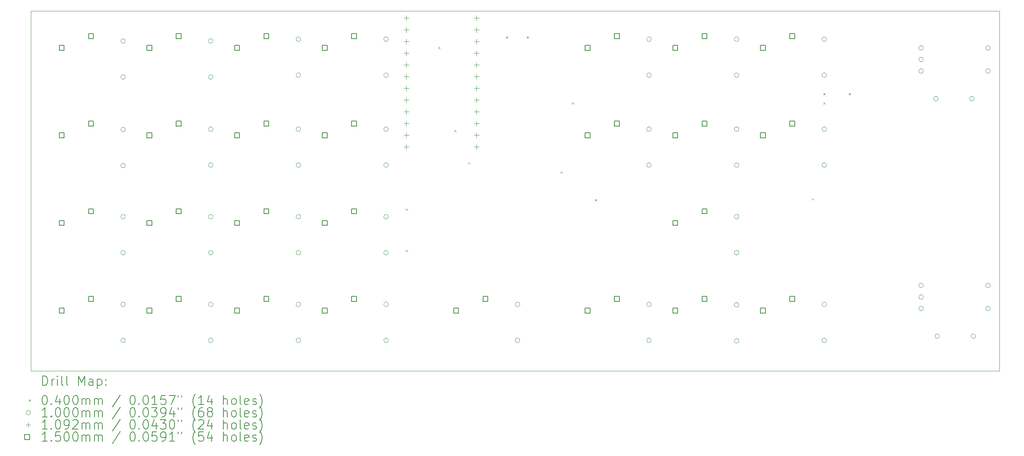
<source format=gbr>
%TF.GenerationSoftware,KiCad,Pcbnew,(6.0.7-1)-1*%
%TF.CreationDate,2022-09-14T08:57:57+02:00*%
%TF.ProjectId,yts-pcb,7974732d-7063-4622-9e6b-696361645f70,rev?*%
%TF.SameCoordinates,Original*%
%TF.FileFunction,Drillmap*%
%TF.FilePolarity,Positive*%
%FSLAX45Y45*%
G04 Gerber Fmt 4.5, Leading zero omitted, Abs format (unit mm)*
G04 Created by KiCad (PCBNEW (6.0.7-1)-1) date 2022-09-14 08:57:57*
%MOMM*%
%LPD*%
G01*
G04 APERTURE LIST*
%ADD10C,0.100000*%
%ADD11C,0.200000*%
%ADD12C,0.040000*%
%ADD13C,0.109220*%
%ADD14C,0.150000*%
G04 APERTURE END LIST*
D10*
X4000000Y-4100000D02*
X25000000Y-4100000D01*
X25000000Y-4100000D02*
X25000000Y-11900000D01*
X25000000Y-11900000D02*
X4000000Y-11900000D01*
X4000000Y-11900000D02*
X4000000Y-4100000D01*
D11*
D12*
X12130000Y-8380000D02*
X12170000Y-8420000D01*
X12170000Y-8380000D02*
X12130000Y-8420000D01*
X12130000Y-9280000D02*
X12170000Y-9320000D01*
X12170000Y-9280000D02*
X12130000Y-9320000D01*
X12830000Y-4880000D02*
X12870000Y-4920000D01*
X12870000Y-4880000D02*
X12830000Y-4920000D01*
X13180000Y-6680000D02*
X13220000Y-6720000D01*
X13220000Y-6680000D02*
X13180000Y-6720000D01*
X13480000Y-7380000D02*
X13520000Y-7420000D01*
X13520000Y-7380000D02*
X13480000Y-7420000D01*
X14300000Y-4650000D02*
X14340000Y-4690000D01*
X14340000Y-4650000D02*
X14300000Y-4690000D01*
X14750000Y-4650000D02*
X14790000Y-4690000D01*
X14790000Y-4650000D02*
X14750000Y-4690000D01*
X15480000Y-7580000D02*
X15520000Y-7620000D01*
X15520000Y-7580000D02*
X15480000Y-7620000D01*
X15730000Y-6080000D02*
X15770000Y-6120000D01*
X15770000Y-6080000D02*
X15730000Y-6120000D01*
X16230000Y-8180000D02*
X16270000Y-8220000D01*
X16270000Y-8180000D02*
X16230000Y-8220000D01*
X20930000Y-8157550D02*
X20970000Y-8197550D01*
X20970000Y-8157550D02*
X20930000Y-8197550D01*
X21180000Y-5880000D02*
X21220000Y-5920000D01*
X21220000Y-5880000D02*
X21180000Y-5920000D01*
X21180000Y-6080000D02*
X21220000Y-6120000D01*
X21220000Y-6080000D02*
X21180000Y-6120000D01*
X21730000Y-5880000D02*
X21770000Y-5920000D01*
X21770000Y-5880000D02*
X21730000Y-5920000D01*
D10*
X6050000Y-4750000D02*
G75*
G03*
X6050000Y-4750000I-50000J0D01*
G01*
X6050000Y-5530000D02*
G75*
G03*
X6050000Y-5530000I-50000J0D01*
G01*
X6050000Y-6670000D02*
G75*
G03*
X6050000Y-6670000I-50000J0D01*
G01*
X6050000Y-7450000D02*
G75*
G03*
X6050000Y-7450000I-50000J0D01*
G01*
X6050000Y-8560000D02*
G75*
G03*
X6050000Y-8560000I-50000J0D01*
G01*
X6050000Y-9340000D02*
G75*
G03*
X6050000Y-9340000I-50000J0D01*
G01*
X6050000Y-10460000D02*
G75*
G03*
X6050000Y-10460000I-50000J0D01*
G01*
X6050000Y-11240000D02*
G75*
G03*
X6050000Y-11240000I-50000J0D01*
G01*
X7950000Y-4750000D02*
G75*
G03*
X7950000Y-4750000I-50000J0D01*
G01*
X7950000Y-5530000D02*
G75*
G03*
X7950000Y-5530000I-50000J0D01*
G01*
X7950000Y-6660000D02*
G75*
G03*
X7950000Y-6660000I-50000J0D01*
G01*
X7950000Y-7440000D02*
G75*
G03*
X7950000Y-7440000I-50000J0D01*
G01*
X7950000Y-8560000D02*
G75*
G03*
X7950000Y-8560000I-50000J0D01*
G01*
X7950000Y-9340000D02*
G75*
G03*
X7950000Y-9340000I-50000J0D01*
G01*
X7950000Y-10460000D02*
G75*
G03*
X7950000Y-10460000I-50000J0D01*
G01*
X7950000Y-11240000D02*
G75*
G03*
X7950000Y-11240000I-50000J0D01*
G01*
X9850000Y-4710000D02*
G75*
G03*
X9850000Y-4710000I-50000J0D01*
G01*
X9850000Y-5490000D02*
G75*
G03*
X9850000Y-5490000I-50000J0D01*
G01*
X9850000Y-6660000D02*
G75*
G03*
X9850000Y-6660000I-50000J0D01*
G01*
X9850000Y-7440000D02*
G75*
G03*
X9850000Y-7440000I-50000J0D01*
G01*
X9850000Y-8560000D02*
G75*
G03*
X9850000Y-8560000I-50000J0D01*
G01*
X9850000Y-9340000D02*
G75*
G03*
X9850000Y-9340000I-50000J0D01*
G01*
X9850000Y-10460000D02*
G75*
G03*
X9850000Y-10460000I-50000J0D01*
G01*
X9850000Y-11240000D02*
G75*
G03*
X9850000Y-11240000I-50000J0D01*
G01*
X11750000Y-4710000D02*
G75*
G03*
X11750000Y-4710000I-50000J0D01*
G01*
X11750000Y-5490000D02*
G75*
G03*
X11750000Y-5490000I-50000J0D01*
G01*
X11750000Y-6660000D02*
G75*
G03*
X11750000Y-6660000I-50000J0D01*
G01*
X11750000Y-7440000D02*
G75*
G03*
X11750000Y-7440000I-50000J0D01*
G01*
X11750000Y-8560000D02*
G75*
G03*
X11750000Y-8560000I-50000J0D01*
G01*
X11750000Y-9340000D02*
G75*
G03*
X11750000Y-9340000I-50000J0D01*
G01*
X11750000Y-10460000D02*
G75*
G03*
X11750000Y-10460000I-50000J0D01*
G01*
X11750000Y-11240000D02*
G75*
G03*
X11750000Y-11240000I-50000J0D01*
G01*
X14600000Y-10460000D02*
G75*
G03*
X14600000Y-10460000I-50000J0D01*
G01*
X14600000Y-11240000D02*
G75*
G03*
X14600000Y-11240000I-50000J0D01*
G01*
X17450000Y-4710000D02*
G75*
G03*
X17450000Y-4710000I-50000J0D01*
G01*
X17450000Y-5490000D02*
G75*
G03*
X17450000Y-5490000I-50000J0D01*
G01*
X17450000Y-6660000D02*
G75*
G03*
X17450000Y-6660000I-50000J0D01*
G01*
X17450000Y-7440000D02*
G75*
G03*
X17450000Y-7440000I-50000J0D01*
G01*
X17450000Y-10460000D02*
G75*
G03*
X17450000Y-10460000I-50000J0D01*
G01*
X17450000Y-11240000D02*
G75*
G03*
X17450000Y-11240000I-50000J0D01*
G01*
X19350000Y-4710000D02*
G75*
G03*
X19350000Y-4710000I-50000J0D01*
G01*
X19350000Y-5490000D02*
G75*
G03*
X19350000Y-5490000I-50000J0D01*
G01*
X19350000Y-6660000D02*
G75*
G03*
X19350000Y-6660000I-50000J0D01*
G01*
X19350000Y-7440000D02*
G75*
G03*
X19350000Y-7440000I-50000J0D01*
G01*
X19350000Y-8560000D02*
G75*
G03*
X19350000Y-8560000I-50000J0D01*
G01*
X19350000Y-9340000D02*
G75*
G03*
X19350000Y-9340000I-50000J0D01*
G01*
X19350000Y-10470000D02*
G75*
G03*
X19350000Y-10470000I-50000J0D01*
G01*
X19350000Y-11250000D02*
G75*
G03*
X19350000Y-11250000I-50000J0D01*
G01*
X21250000Y-4710000D02*
G75*
G03*
X21250000Y-4710000I-50000J0D01*
G01*
X21250000Y-5490000D02*
G75*
G03*
X21250000Y-5490000I-50000J0D01*
G01*
X21250000Y-6660000D02*
G75*
G03*
X21250000Y-6660000I-50000J0D01*
G01*
X21250000Y-7440000D02*
G75*
G03*
X21250000Y-7440000I-50000J0D01*
G01*
X21250000Y-10460000D02*
G75*
G03*
X21250000Y-10460000I-50000J0D01*
G01*
X21250000Y-11240000D02*
G75*
G03*
X21250000Y-11240000I-50000J0D01*
G01*
X23350000Y-4900000D02*
G75*
G03*
X23350000Y-4900000I-50000J0D01*
G01*
X23350000Y-5150000D02*
G75*
G03*
X23350000Y-5150000I-50000J0D01*
G01*
X23350000Y-5400000D02*
G75*
G03*
X23350000Y-5400000I-50000J0D01*
G01*
X23350000Y-10050000D02*
G75*
G03*
X23350000Y-10050000I-50000J0D01*
G01*
X23350000Y-10300000D02*
G75*
G03*
X23350000Y-10300000I-50000J0D01*
G01*
X23350000Y-10550000D02*
G75*
G03*
X23350000Y-10550000I-50000J0D01*
G01*
X23670000Y-6000000D02*
G75*
G03*
X23670000Y-6000000I-50000J0D01*
G01*
X23700000Y-11150000D02*
G75*
G03*
X23700000Y-11150000I-50000J0D01*
G01*
X24450000Y-6000000D02*
G75*
G03*
X24450000Y-6000000I-50000J0D01*
G01*
X24480000Y-11150000D02*
G75*
G03*
X24480000Y-11150000I-50000J0D01*
G01*
X24800000Y-4900000D02*
G75*
G03*
X24800000Y-4900000I-50000J0D01*
G01*
X24800000Y-5400000D02*
G75*
G03*
X24800000Y-5400000I-50000J0D01*
G01*
X24800000Y-10050000D02*
G75*
G03*
X24800000Y-10050000I-50000J0D01*
G01*
X24800000Y-10550000D02*
G75*
G03*
X24800000Y-10550000I-50000J0D01*
G01*
D13*
X12138000Y-4198390D02*
X12138000Y-4307610D01*
X12083390Y-4253000D02*
X12192610Y-4253000D01*
X12138000Y-4452390D02*
X12138000Y-4561610D01*
X12083390Y-4507000D02*
X12192610Y-4507000D01*
X12138000Y-4706390D02*
X12138000Y-4815610D01*
X12083390Y-4761000D02*
X12192610Y-4761000D01*
X12138000Y-4960390D02*
X12138000Y-5069610D01*
X12083390Y-5015000D02*
X12192610Y-5015000D01*
X12138000Y-5214390D02*
X12138000Y-5323610D01*
X12083390Y-5269000D02*
X12192610Y-5269000D01*
X12138000Y-5468390D02*
X12138000Y-5577610D01*
X12083390Y-5523000D02*
X12192610Y-5523000D01*
X12138000Y-5722390D02*
X12138000Y-5831610D01*
X12083390Y-5777000D02*
X12192610Y-5777000D01*
X12138000Y-5976390D02*
X12138000Y-6085610D01*
X12083390Y-6031000D02*
X12192610Y-6031000D01*
X12138000Y-6230390D02*
X12138000Y-6339610D01*
X12083390Y-6285000D02*
X12192610Y-6285000D01*
X12138000Y-6484390D02*
X12138000Y-6593610D01*
X12083390Y-6539000D02*
X12192610Y-6539000D01*
X12138000Y-6738390D02*
X12138000Y-6847610D01*
X12083390Y-6793000D02*
X12192610Y-6793000D01*
X12138000Y-6992390D02*
X12138000Y-7101610D01*
X12083390Y-7047000D02*
X12192610Y-7047000D01*
X13662000Y-4198390D02*
X13662000Y-4307610D01*
X13607390Y-4253000D02*
X13716610Y-4253000D01*
X13662000Y-4452390D02*
X13662000Y-4561610D01*
X13607390Y-4507000D02*
X13716610Y-4507000D01*
X13662000Y-4706390D02*
X13662000Y-4815610D01*
X13607390Y-4761000D02*
X13716610Y-4761000D01*
X13662000Y-4960390D02*
X13662000Y-5069610D01*
X13607390Y-5015000D02*
X13716610Y-5015000D01*
X13662000Y-5214390D02*
X13662000Y-5323610D01*
X13607390Y-5269000D02*
X13716610Y-5269000D01*
X13662000Y-5468390D02*
X13662000Y-5577610D01*
X13607390Y-5523000D02*
X13716610Y-5523000D01*
X13662000Y-5722390D02*
X13662000Y-5831610D01*
X13607390Y-5777000D02*
X13716610Y-5777000D01*
X13662000Y-5976390D02*
X13662000Y-6085610D01*
X13607390Y-6031000D02*
X13716610Y-6031000D01*
X13662000Y-6230390D02*
X13662000Y-6339610D01*
X13607390Y-6285000D02*
X13716610Y-6285000D01*
X13662000Y-6484390D02*
X13662000Y-6593610D01*
X13607390Y-6539000D02*
X13716610Y-6539000D01*
X13662000Y-6738390D02*
X13662000Y-6847610D01*
X13607390Y-6793000D02*
X13716610Y-6793000D01*
X13662000Y-6992390D02*
X13662000Y-7101610D01*
X13607390Y-7047000D02*
X13716610Y-7047000D01*
D14*
X4722034Y-4949034D02*
X4722034Y-4842967D01*
X4615967Y-4842967D01*
X4615967Y-4949034D01*
X4722034Y-4949034D01*
X4722034Y-6849033D02*
X4722034Y-6742966D01*
X4615967Y-6742966D01*
X4615967Y-6849033D01*
X4722034Y-6849033D01*
X4722034Y-8749034D02*
X4722034Y-8642967D01*
X4615967Y-8642967D01*
X4615967Y-8749034D01*
X4722034Y-8749034D01*
X4722034Y-10649034D02*
X4722034Y-10542967D01*
X4615967Y-10542967D01*
X4615967Y-10649034D01*
X4722034Y-10649034D01*
X5357034Y-4695034D02*
X5357034Y-4588967D01*
X5250967Y-4588967D01*
X5250967Y-4695034D01*
X5357034Y-4695034D01*
X5357034Y-6595033D02*
X5357034Y-6488966D01*
X5250967Y-6488966D01*
X5250967Y-6595033D01*
X5357034Y-6595033D01*
X5357034Y-8495034D02*
X5357034Y-8388967D01*
X5250967Y-8388967D01*
X5250967Y-8495034D01*
X5357034Y-8495034D01*
X5357034Y-10395034D02*
X5357034Y-10288967D01*
X5250967Y-10288967D01*
X5250967Y-10395034D01*
X5357034Y-10395034D01*
X6622033Y-4949034D02*
X6622033Y-4842967D01*
X6515966Y-4842967D01*
X6515966Y-4949034D01*
X6622033Y-4949034D01*
X6622033Y-6849033D02*
X6622033Y-6742966D01*
X6515966Y-6742966D01*
X6515966Y-6849033D01*
X6622033Y-6849033D01*
X6622033Y-8749034D02*
X6622033Y-8642967D01*
X6515966Y-8642967D01*
X6515966Y-8749034D01*
X6622033Y-8749034D01*
X6622033Y-10649034D02*
X6622033Y-10542967D01*
X6515966Y-10542967D01*
X6515966Y-10649034D01*
X6622033Y-10649034D01*
X7257033Y-4695034D02*
X7257033Y-4588967D01*
X7150966Y-4588967D01*
X7150966Y-4695034D01*
X7257033Y-4695034D01*
X7257033Y-6595033D02*
X7257033Y-6488966D01*
X7150966Y-6488966D01*
X7150966Y-6595033D01*
X7257033Y-6595033D01*
X7257033Y-8495034D02*
X7257033Y-8388967D01*
X7150966Y-8388967D01*
X7150966Y-8495034D01*
X7257033Y-8495034D01*
X7257033Y-10395034D02*
X7257033Y-10288967D01*
X7150966Y-10288967D01*
X7150966Y-10395034D01*
X7257033Y-10395034D01*
X8522034Y-4949034D02*
X8522034Y-4842967D01*
X8415967Y-4842967D01*
X8415967Y-4949034D01*
X8522034Y-4949034D01*
X8522034Y-6849033D02*
X8522034Y-6742966D01*
X8415967Y-6742966D01*
X8415967Y-6849033D01*
X8522034Y-6849033D01*
X8522034Y-8749034D02*
X8522034Y-8642967D01*
X8415967Y-8642967D01*
X8415967Y-8749034D01*
X8522034Y-8749034D01*
X8522034Y-10649034D02*
X8522034Y-10542967D01*
X8415967Y-10542967D01*
X8415967Y-10649034D01*
X8522034Y-10649034D01*
X9157034Y-4695034D02*
X9157034Y-4588967D01*
X9050967Y-4588967D01*
X9050967Y-4695034D01*
X9157034Y-4695034D01*
X9157034Y-6595033D02*
X9157034Y-6488966D01*
X9050967Y-6488966D01*
X9050967Y-6595033D01*
X9157034Y-6595033D01*
X9157034Y-8495034D02*
X9157034Y-8388967D01*
X9050967Y-8388967D01*
X9050967Y-8495034D01*
X9157034Y-8495034D01*
X9157034Y-10395034D02*
X9157034Y-10288967D01*
X9050967Y-10288967D01*
X9050967Y-10395034D01*
X9157034Y-10395034D01*
X10422034Y-4949034D02*
X10422034Y-4842967D01*
X10315967Y-4842967D01*
X10315967Y-4949034D01*
X10422034Y-4949034D01*
X10422034Y-6849033D02*
X10422034Y-6742966D01*
X10315967Y-6742966D01*
X10315967Y-6849033D01*
X10422034Y-6849033D01*
X10422034Y-8749034D02*
X10422034Y-8642967D01*
X10315967Y-8642967D01*
X10315967Y-8749034D01*
X10422034Y-8749034D01*
X10422034Y-10649034D02*
X10422034Y-10542967D01*
X10315967Y-10542967D01*
X10315967Y-10649034D01*
X10422034Y-10649034D01*
X11057034Y-4695034D02*
X11057034Y-4588967D01*
X10950967Y-4588967D01*
X10950967Y-4695034D01*
X11057034Y-4695034D01*
X11057034Y-6595033D02*
X11057034Y-6488966D01*
X10950967Y-6488966D01*
X10950967Y-6595033D01*
X11057034Y-6595033D01*
X11057034Y-8495034D02*
X11057034Y-8388967D01*
X10950967Y-8388967D01*
X10950967Y-8495034D01*
X11057034Y-8495034D01*
X11057034Y-10395034D02*
X11057034Y-10288967D01*
X10950967Y-10288967D01*
X10950967Y-10395034D01*
X11057034Y-10395034D01*
X13272033Y-10649034D02*
X13272033Y-10542967D01*
X13165966Y-10542967D01*
X13165966Y-10649034D01*
X13272033Y-10649034D01*
X13907033Y-10395034D02*
X13907033Y-10288967D01*
X13800966Y-10288967D01*
X13800966Y-10395034D01*
X13907033Y-10395034D01*
X16122033Y-4949034D02*
X16122033Y-4842967D01*
X16015966Y-4842967D01*
X16015966Y-4949034D01*
X16122033Y-4949034D01*
X16122033Y-6849033D02*
X16122033Y-6742966D01*
X16015966Y-6742966D01*
X16015966Y-6849033D01*
X16122033Y-6849033D01*
X16122033Y-10649034D02*
X16122033Y-10542967D01*
X16015966Y-10542967D01*
X16015966Y-10649034D01*
X16122033Y-10649034D01*
X16757033Y-4695034D02*
X16757033Y-4588967D01*
X16650966Y-4588967D01*
X16650966Y-4695034D01*
X16757033Y-4695034D01*
X16757033Y-6595033D02*
X16757033Y-6488966D01*
X16650966Y-6488966D01*
X16650966Y-6595033D01*
X16757033Y-6595033D01*
X16757033Y-10395034D02*
X16757033Y-10288967D01*
X16650966Y-10288967D01*
X16650966Y-10395034D01*
X16757033Y-10395034D01*
X18022034Y-4949034D02*
X18022034Y-4842967D01*
X17915967Y-4842967D01*
X17915967Y-4949034D01*
X18022034Y-4949034D01*
X18022034Y-6849033D02*
X18022034Y-6742966D01*
X17915967Y-6742966D01*
X17915967Y-6849033D01*
X18022034Y-6849033D01*
X18022034Y-8749034D02*
X18022034Y-8642967D01*
X17915967Y-8642967D01*
X17915967Y-8749034D01*
X18022034Y-8749034D01*
X18022034Y-10649034D02*
X18022034Y-10542967D01*
X17915967Y-10542967D01*
X17915967Y-10649034D01*
X18022034Y-10649034D01*
X18657034Y-4695034D02*
X18657034Y-4588967D01*
X18550967Y-4588967D01*
X18550967Y-4695034D01*
X18657034Y-4695034D01*
X18657034Y-6595033D02*
X18657034Y-6488966D01*
X18550967Y-6488966D01*
X18550967Y-6595033D01*
X18657034Y-6595033D01*
X18657034Y-8495034D02*
X18657034Y-8388967D01*
X18550967Y-8388967D01*
X18550967Y-8495034D01*
X18657034Y-8495034D01*
X18657034Y-10395034D02*
X18657034Y-10288967D01*
X18550967Y-10288967D01*
X18550967Y-10395034D01*
X18657034Y-10395034D01*
X19922034Y-4949034D02*
X19922034Y-4842967D01*
X19815967Y-4842967D01*
X19815967Y-4949034D01*
X19922034Y-4949034D01*
X19922034Y-6849033D02*
X19922034Y-6742966D01*
X19815967Y-6742966D01*
X19815967Y-6849033D01*
X19922034Y-6849033D01*
X19922034Y-10649034D02*
X19922034Y-10542967D01*
X19815967Y-10542967D01*
X19815967Y-10649034D01*
X19922034Y-10649034D01*
X20557034Y-4695034D02*
X20557034Y-4588967D01*
X20450967Y-4588967D01*
X20450967Y-4695034D01*
X20557034Y-4695034D01*
X20557034Y-6595033D02*
X20557034Y-6488966D01*
X20450967Y-6488966D01*
X20450967Y-6595033D01*
X20557034Y-6595033D01*
X20557034Y-10395034D02*
X20557034Y-10288967D01*
X20450967Y-10288967D01*
X20450967Y-10395034D01*
X20557034Y-10395034D01*
D11*
X4252619Y-12215476D02*
X4252619Y-12015476D01*
X4300238Y-12015476D01*
X4328810Y-12025000D01*
X4347857Y-12044048D01*
X4357381Y-12063095D01*
X4366905Y-12101190D01*
X4366905Y-12129762D01*
X4357381Y-12167857D01*
X4347857Y-12186905D01*
X4328810Y-12205952D01*
X4300238Y-12215476D01*
X4252619Y-12215476D01*
X4452619Y-12215476D02*
X4452619Y-12082143D01*
X4452619Y-12120238D02*
X4462143Y-12101190D01*
X4471667Y-12091667D01*
X4490714Y-12082143D01*
X4509762Y-12082143D01*
X4576429Y-12215476D02*
X4576429Y-12082143D01*
X4576429Y-12015476D02*
X4566905Y-12025000D01*
X4576429Y-12034524D01*
X4585952Y-12025000D01*
X4576429Y-12015476D01*
X4576429Y-12034524D01*
X4700238Y-12215476D02*
X4681190Y-12205952D01*
X4671667Y-12186905D01*
X4671667Y-12015476D01*
X4805000Y-12215476D02*
X4785952Y-12205952D01*
X4776429Y-12186905D01*
X4776429Y-12015476D01*
X5033571Y-12215476D02*
X5033571Y-12015476D01*
X5100238Y-12158333D01*
X5166905Y-12015476D01*
X5166905Y-12215476D01*
X5347857Y-12215476D02*
X5347857Y-12110714D01*
X5338333Y-12091667D01*
X5319286Y-12082143D01*
X5281190Y-12082143D01*
X5262143Y-12091667D01*
X5347857Y-12205952D02*
X5328810Y-12215476D01*
X5281190Y-12215476D01*
X5262143Y-12205952D01*
X5252619Y-12186905D01*
X5252619Y-12167857D01*
X5262143Y-12148809D01*
X5281190Y-12139286D01*
X5328810Y-12139286D01*
X5347857Y-12129762D01*
X5443095Y-12082143D02*
X5443095Y-12282143D01*
X5443095Y-12091667D02*
X5462143Y-12082143D01*
X5500238Y-12082143D01*
X5519286Y-12091667D01*
X5528810Y-12101190D01*
X5538333Y-12120238D01*
X5538333Y-12177381D01*
X5528810Y-12196428D01*
X5519286Y-12205952D01*
X5500238Y-12215476D01*
X5462143Y-12215476D01*
X5443095Y-12205952D01*
X5624048Y-12196428D02*
X5633571Y-12205952D01*
X5624048Y-12215476D01*
X5614524Y-12205952D01*
X5624048Y-12196428D01*
X5624048Y-12215476D01*
X5624048Y-12091667D02*
X5633571Y-12101190D01*
X5624048Y-12110714D01*
X5614524Y-12101190D01*
X5624048Y-12091667D01*
X5624048Y-12110714D01*
D12*
X3955000Y-12525000D02*
X3995000Y-12565000D01*
X3995000Y-12525000D02*
X3955000Y-12565000D01*
D11*
X4290714Y-12435476D02*
X4309762Y-12435476D01*
X4328810Y-12445000D01*
X4338333Y-12454524D01*
X4347857Y-12473571D01*
X4357381Y-12511667D01*
X4357381Y-12559286D01*
X4347857Y-12597381D01*
X4338333Y-12616428D01*
X4328810Y-12625952D01*
X4309762Y-12635476D01*
X4290714Y-12635476D01*
X4271667Y-12625952D01*
X4262143Y-12616428D01*
X4252619Y-12597381D01*
X4243095Y-12559286D01*
X4243095Y-12511667D01*
X4252619Y-12473571D01*
X4262143Y-12454524D01*
X4271667Y-12445000D01*
X4290714Y-12435476D01*
X4443095Y-12616428D02*
X4452619Y-12625952D01*
X4443095Y-12635476D01*
X4433571Y-12625952D01*
X4443095Y-12616428D01*
X4443095Y-12635476D01*
X4624048Y-12502143D02*
X4624048Y-12635476D01*
X4576429Y-12425952D02*
X4528810Y-12568809D01*
X4652619Y-12568809D01*
X4766905Y-12435476D02*
X4785952Y-12435476D01*
X4805000Y-12445000D01*
X4814524Y-12454524D01*
X4824048Y-12473571D01*
X4833571Y-12511667D01*
X4833571Y-12559286D01*
X4824048Y-12597381D01*
X4814524Y-12616428D01*
X4805000Y-12625952D01*
X4785952Y-12635476D01*
X4766905Y-12635476D01*
X4747857Y-12625952D01*
X4738333Y-12616428D01*
X4728810Y-12597381D01*
X4719286Y-12559286D01*
X4719286Y-12511667D01*
X4728810Y-12473571D01*
X4738333Y-12454524D01*
X4747857Y-12445000D01*
X4766905Y-12435476D01*
X4957381Y-12435476D02*
X4976429Y-12435476D01*
X4995476Y-12445000D01*
X5005000Y-12454524D01*
X5014524Y-12473571D01*
X5024048Y-12511667D01*
X5024048Y-12559286D01*
X5014524Y-12597381D01*
X5005000Y-12616428D01*
X4995476Y-12625952D01*
X4976429Y-12635476D01*
X4957381Y-12635476D01*
X4938333Y-12625952D01*
X4928810Y-12616428D01*
X4919286Y-12597381D01*
X4909762Y-12559286D01*
X4909762Y-12511667D01*
X4919286Y-12473571D01*
X4928810Y-12454524D01*
X4938333Y-12445000D01*
X4957381Y-12435476D01*
X5109762Y-12635476D02*
X5109762Y-12502143D01*
X5109762Y-12521190D02*
X5119286Y-12511667D01*
X5138333Y-12502143D01*
X5166905Y-12502143D01*
X5185952Y-12511667D01*
X5195476Y-12530714D01*
X5195476Y-12635476D01*
X5195476Y-12530714D02*
X5205000Y-12511667D01*
X5224048Y-12502143D01*
X5252619Y-12502143D01*
X5271667Y-12511667D01*
X5281190Y-12530714D01*
X5281190Y-12635476D01*
X5376429Y-12635476D02*
X5376429Y-12502143D01*
X5376429Y-12521190D02*
X5385952Y-12511667D01*
X5405000Y-12502143D01*
X5433571Y-12502143D01*
X5452619Y-12511667D01*
X5462143Y-12530714D01*
X5462143Y-12635476D01*
X5462143Y-12530714D02*
X5471667Y-12511667D01*
X5490714Y-12502143D01*
X5519286Y-12502143D01*
X5538333Y-12511667D01*
X5547857Y-12530714D01*
X5547857Y-12635476D01*
X5938333Y-12425952D02*
X5766905Y-12683095D01*
X6195476Y-12435476D02*
X6214524Y-12435476D01*
X6233571Y-12445000D01*
X6243095Y-12454524D01*
X6252619Y-12473571D01*
X6262143Y-12511667D01*
X6262143Y-12559286D01*
X6252619Y-12597381D01*
X6243095Y-12616428D01*
X6233571Y-12625952D01*
X6214524Y-12635476D01*
X6195476Y-12635476D01*
X6176428Y-12625952D01*
X6166905Y-12616428D01*
X6157381Y-12597381D01*
X6147857Y-12559286D01*
X6147857Y-12511667D01*
X6157381Y-12473571D01*
X6166905Y-12454524D01*
X6176428Y-12445000D01*
X6195476Y-12435476D01*
X6347857Y-12616428D02*
X6357381Y-12625952D01*
X6347857Y-12635476D01*
X6338333Y-12625952D01*
X6347857Y-12616428D01*
X6347857Y-12635476D01*
X6481190Y-12435476D02*
X6500238Y-12435476D01*
X6519286Y-12445000D01*
X6528809Y-12454524D01*
X6538333Y-12473571D01*
X6547857Y-12511667D01*
X6547857Y-12559286D01*
X6538333Y-12597381D01*
X6528809Y-12616428D01*
X6519286Y-12625952D01*
X6500238Y-12635476D01*
X6481190Y-12635476D01*
X6462143Y-12625952D01*
X6452619Y-12616428D01*
X6443095Y-12597381D01*
X6433571Y-12559286D01*
X6433571Y-12511667D01*
X6443095Y-12473571D01*
X6452619Y-12454524D01*
X6462143Y-12445000D01*
X6481190Y-12435476D01*
X6738333Y-12635476D02*
X6624048Y-12635476D01*
X6681190Y-12635476D02*
X6681190Y-12435476D01*
X6662143Y-12464048D01*
X6643095Y-12483095D01*
X6624048Y-12492619D01*
X6919286Y-12435476D02*
X6824048Y-12435476D01*
X6814524Y-12530714D01*
X6824048Y-12521190D01*
X6843095Y-12511667D01*
X6890714Y-12511667D01*
X6909762Y-12521190D01*
X6919286Y-12530714D01*
X6928809Y-12549762D01*
X6928809Y-12597381D01*
X6919286Y-12616428D01*
X6909762Y-12625952D01*
X6890714Y-12635476D01*
X6843095Y-12635476D01*
X6824048Y-12625952D01*
X6814524Y-12616428D01*
X6995476Y-12435476D02*
X7128809Y-12435476D01*
X7043095Y-12635476D01*
X7195476Y-12435476D02*
X7195476Y-12473571D01*
X7271667Y-12435476D02*
X7271667Y-12473571D01*
X7566905Y-12711667D02*
X7557381Y-12702143D01*
X7538333Y-12673571D01*
X7528809Y-12654524D01*
X7519286Y-12625952D01*
X7509762Y-12578333D01*
X7509762Y-12540238D01*
X7519286Y-12492619D01*
X7528809Y-12464048D01*
X7538333Y-12445000D01*
X7557381Y-12416428D01*
X7566905Y-12406905D01*
X7747857Y-12635476D02*
X7633571Y-12635476D01*
X7690714Y-12635476D02*
X7690714Y-12435476D01*
X7671667Y-12464048D01*
X7652619Y-12483095D01*
X7633571Y-12492619D01*
X7919286Y-12502143D02*
X7919286Y-12635476D01*
X7871667Y-12425952D02*
X7824048Y-12568809D01*
X7947857Y-12568809D01*
X8176428Y-12635476D02*
X8176428Y-12435476D01*
X8262143Y-12635476D02*
X8262143Y-12530714D01*
X8252619Y-12511667D01*
X8233571Y-12502143D01*
X8205000Y-12502143D01*
X8185952Y-12511667D01*
X8176428Y-12521190D01*
X8385952Y-12635476D02*
X8366905Y-12625952D01*
X8357381Y-12616428D01*
X8347857Y-12597381D01*
X8347857Y-12540238D01*
X8357381Y-12521190D01*
X8366905Y-12511667D01*
X8385952Y-12502143D01*
X8414524Y-12502143D01*
X8433571Y-12511667D01*
X8443095Y-12521190D01*
X8452619Y-12540238D01*
X8452619Y-12597381D01*
X8443095Y-12616428D01*
X8433571Y-12625952D01*
X8414524Y-12635476D01*
X8385952Y-12635476D01*
X8566905Y-12635476D02*
X8547857Y-12625952D01*
X8538333Y-12606905D01*
X8538333Y-12435476D01*
X8719286Y-12625952D02*
X8700238Y-12635476D01*
X8662143Y-12635476D01*
X8643095Y-12625952D01*
X8633571Y-12606905D01*
X8633571Y-12530714D01*
X8643095Y-12511667D01*
X8662143Y-12502143D01*
X8700238Y-12502143D01*
X8719286Y-12511667D01*
X8728810Y-12530714D01*
X8728810Y-12549762D01*
X8633571Y-12568809D01*
X8805000Y-12625952D02*
X8824048Y-12635476D01*
X8862143Y-12635476D01*
X8881190Y-12625952D01*
X8890714Y-12606905D01*
X8890714Y-12597381D01*
X8881190Y-12578333D01*
X8862143Y-12568809D01*
X8833571Y-12568809D01*
X8814524Y-12559286D01*
X8805000Y-12540238D01*
X8805000Y-12530714D01*
X8814524Y-12511667D01*
X8833571Y-12502143D01*
X8862143Y-12502143D01*
X8881190Y-12511667D01*
X8957381Y-12711667D02*
X8966905Y-12702143D01*
X8985952Y-12673571D01*
X8995476Y-12654524D01*
X9005000Y-12625952D01*
X9014524Y-12578333D01*
X9014524Y-12540238D01*
X9005000Y-12492619D01*
X8995476Y-12464048D01*
X8985952Y-12445000D01*
X8966905Y-12416428D01*
X8957381Y-12406905D01*
D10*
X3995000Y-12809000D02*
G75*
G03*
X3995000Y-12809000I-50000J0D01*
G01*
D11*
X4357381Y-12899476D02*
X4243095Y-12899476D01*
X4300238Y-12899476D02*
X4300238Y-12699476D01*
X4281190Y-12728048D01*
X4262143Y-12747095D01*
X4243095Y-12756619D01*
X4443095Y-12880428D02*
X4452619Y-12889952D01*
X4443095Y-12899476D01*
X4433571Y-12889952D01*
X4443095Y-12880428D01*
X4443095Y-12899476D01*
X4576429Y-12699476D02*
X4595476Y-12699476D01*
X4614524Y-12709000D01*
X4624048Y-12718524D01*
X4633571Y-12737571D01*
X4643095Y-12775667D01*
X4643095Y-12823286D01*
X4633571Y-12861381D01*
X4624048Y-12880428D01*
X4614524Y-12889952D01*
X4595476Y-12899476D01*
X4576429Y-12899476D01*
X4557381Y-12889952D01*
X4547857Y-12880428D01*
X4538333Y-12861381D01*
X4528810Y-12823286D01*
X4528810Y-12775667D01*
X4538333Y-12737571D01*
X4547857Y-12718524D01*
X4557381Y-12709000D01*
X4576429Y-12699476D01*
X4766905Y-12699476D02*
X4785952Y-12699476D01*
X4805000Y-12709000D01*
X4814524Y-12718524D01*
X4824048Y-12737571D01*
X4833571Y-12775667D01*
X4833571Y-12823286D01*
X4824048Y-12861381D01*
X4814524Y-12880428D01*
X4805000Y-12889952D01*
X4785952Y-12899476D01*
X4766905Y-12899476D01*
X4747857Y-12889952D01*
X4738333Y-12880428D01*
X4728810Y-12861381D01*
X4719286Y-12823286D01*
X4719286Y-12775667D01*
X4728810Y-12737571D01*
X4738333Y-12718524D01*
X4747857Y-12709000D01*
X4766905Y-12699476D01*
X4957381Y-12699476D02*
X4976429Y-12699476D01*
X4995476Y-12709000D01*
X5005000Y-12718524D01*
X5014524Y-12737571D01*
X5024048Y-12775667D01*
X5024048Y-12823286D01*
X5014524Y-12861381D01*
X5005000Y-12880428D01*
X4995476Y-12889952D01*
X4976429Y-12899476D01*
X4957381Y-12899476D01*
X4938333Y-12889952D01*
X4928810Y-12880428D01*
X4919286Y-12861381D01*
X4909762Y-12823286D01*
X4909762Y-12775667D01*
X4919286Y-12737571D01*
X4928810Y-12718524D01*
X4938333Y-12709000D01*
X4957381Y-12699476D01*
X5109762Y-12899476D02*
X5109762Y-12766143D01*
X5109762Y-12785190D02*
X5119286Y-12775667D01*
X5138333Y-12766143D01*
X5166905Y-12766143D01*
X5185952Y-12775667D01*
X5195476Y-12794714D01*
X5195476Y-12899476D01*
X5195476Y-12794714D02*
X5205000Y-12775667D01*
X5224048Y-12766143D01*
X5252619Y-12766143D01*
X5271667Y-12775667D01*
X5281190Y-12794714D01*
X5281190Y-12899476D01*
X5376429Y-12899476D02*
X5376429Y-12766143D01*
X5376429Y-12785190D02*
X5385952Y-12775667D01*
X5405000Y-12766143D01*
X5433571Y-12766143D01*
X5452619Y-12775667D01*
X5462143Y-12794714D01*
X5462143Y-12899476D01*
X5462143Y-12794714D02*
X5471667Y-12775667D01*
X5490714Y-12766143D01*
X5519286Y-12766143D01*
X5538333Y-12775667D01*
X5547857Y-12794714D01*
X5547857Y-12899476D01*
X5938333Y-12689952D02*
X5766905Y-12947095D01*
X6195476Y-12699476D02*
X6214524Y-12699476D01*
X6233571Y-12709000D01*
X6243095Y-12718524D01*
X6252619Y-12737571D01*
X6262143Y-12775667D01*
X6262143Y-12823286D01*
X6252619Y-12861381D01*
X6243095Y-12880428D01*
X6233571Y-12889952D01*
X6214524Y-12899476D01*
X6195476Y-12899476D01*
X6176428Y-12889952D01*
X6166905Y-12880428D01*
X6157381Y-12861381D01*
X6147857Y-12823286D01*
X6147857Y-12775667D01*
X6157381Y-12737571D01*
X6166905Y-12718524D01*
X6176428Y-12709000D01*
X6195476Y-12699476D01*
X6347857Y-12880428D02*
X6357381Y-12889952D01*
X6347857Y-12899476D01*
X6338333Y-12889952D01*
X6347857Y-12880428D01*
X6347857Y-12899476D01*
X6481190Y-12699476D02*
X6500238Y-12699476D01*
X6519286Y-12709000D01*
X6528809Y-12718524D01*
X6538333Y-12737571D01*
X6547857Y-12775667D01*
X6547857Y-12823286D01*
X6538333Y-12861381D01*
X6528809Y-12880428D01*
X6519286Y-12889952D01*
X6500238Y-12899476D01*
X6481190Y-12899476D01*
X6462143Y-12889952D01*
X6452619Y-12880428D01*
X6443095Y-12861381D01*
X6433571Y-12823286D01*
X6433571Y-12775667D01*
X6443095Y-12737571D01*
X6452619Y-12718524D01*
X6462143Y-12709000D01*
X6481190Y-12699476D01*
X6614524Y-12699476D02*
X6738333Y-12699476D01*
X6671667Y-12775667D01*
X6700238Y-12775667D01*
X6719286Y-12785190D01*
X6728809Y-12794714D01*
X6738333Y-12813762D01*
X6738333Y-12861381D01*
X6728809Y-12880428D01*
X6719286Y-12889952D01*
X6700238Y-12899476D01*
X6643095Y-12899476D01*
X6624048Y-12889952D01*
X6614524Y-12880428D01*
X6833571Y-12899476D02*
X6871667Y-12899476D01*
X6890714Y-12889952D01*
X6900238Y-12880428D01*
X6919286Y-12851857D01*
X6928809Y-12813762D01*
X6928809Y-12737571D01*
X6919286Y-12718524D01*
X6909762Y-12709000D01*
X6890714Y-12699476D01*
X6852619Y-12699476D01*
X6833571Y-12709000D01*
X6824048Y-12718524D01*
X6814524Y-12737571D01*
X6814524Y-12785190D01*
X6824048Y-12804238D01*
X6833571Y-12813762D01*
X6852619Y-12823286D01*
X6890714Y-12823286D01*
X6909762Y-12813762D01*
X6919286Y-12804238D01*
X6928809Y-12785190D01*
X7100238Y-12766143D02*
X7100238Y-12899476D01*
X7052619Y-12689952D02*
X7005000Y-12832809D01*
X7128809Y-12832809D01*
X7195476Y-12699476D02*
X7195476Y-12737571D01*
X7271667Y-12699476D02*
X7271667Y-12737571D01*
X7566905Y-12975667D02*
X7557381Y-12966143D01*
X7538333Y-12937571D01*
X7528809Y-12918524D01*
X7519286Y-12889952D01*
X7509762Y-12842333D01*
X7509762Y-12804238D01*
X7519286Y-12756619D01*
X7528809Y-12728048D01*
X7538333Y-12709000D01*
X7557381Y-12680428D01*
X7566905Y-12670905D01*
X7728809Y-12699476D02*
X7690714Y-12699476D01*
X7671667Y-12709000D01*
X7662143Y-12718524D01*
X7643095Y-12747095D01*
X7633571Y-12785190D01*
X7633571Y-12861381D01*
X7643095Y-12880428D01*
X7652619Y-12889952D01*
X7671667Y-12899476D01*
X7709762Y-12899476D01*
X7728809Y-12889952D01*
X7738333Y-12880428D01*
X7747857Y-12861381D01*
X7747857Y-12813762D01*
X7738333Y-12794714D01*
X7728809Y-12785190D01*
X7709762Y-12775667D01*
X7671667Y-12775667D01*
X7652619Y-12785190D01*
X7643095Y-12794714D01*
X7633571Y-12813762D01*
X7862143Y-12785190D02*
X7843095Y-12775667D01*
X7833571Y-12766143D01*
X7824048Y-12747095D01*
X7824048Y-12737571D01*
X7833571Y-12718524D01*
X7843095Y-12709000D01*
X7862143Y-12699476D01*
X7900238Y-12699476D01*
X7919286Y-12709000D01*
X7928809Y-12718524D01*
X7938333Y-12737571D01*
X7938333Y-12747095D01*
X7928809Y-12766143D01*
X7919286Y-12775667D01*
X7900238Y-12785190D01*
X7862143Y-12785190D01*
X7843095Y-12794714D01*
X7833571Y-12804238D01*
X7824048Y-12823286D01*
X7824048Y-12861381D01*
X7833571Y-12880428D01*
X7843095Y-12889952D01*
X7862143Y-12899476D01*
X7900238Y-12899476D01*
X7919286Y-12889952D01*
X7928809Y-12880428D01*
X7938333Y-12861381D01*
X7938333Y-12823286D01*
X7928809Y-12804238D01*
X7919286Y-12794714D01*
X7900238Y-12785190D01*
X8176428Y-12899476D02*
X8176428Y-12699476D01*
X8262143Y-12899476D02*
X8262143Y-12794714D01*
X8252619Y-12775667D01*
X8233571Y-12766143D01*
X8205000Y-12766143D01*
X8185952Y-12775667D01*
X8176428Y-12785190D01*
X8385952Y-12899476D02*
X8366905Y-12889952D01*
X8357381Y-12880428D01*
X8347857Y-12861381D01*
X8347857Y-12804238D01*
X8357381Y-12785190D01*
X8366905Y-12775667D01*
X8385952Y-12766143D01*
X8414524Y-12766143D01*
X8433571Y-12775667D01*
X8443095Y-12785190D01*
X8452619Y-12804238D01*
X8452619Y-12861381D01*
X8443095Y-12880428D01*
X8433571Y-12889952D01*
X8414524Y-12899476D01*
X8385952Y-12899476D01*
X8566905Y-12899476D02*
X8547857Y-12889952D01*
X8538333Y-12870905D01*
X8538333Y-12699476D01*
X8719286Y-12889952D02*
X8700238Y-12899476D01*
X8662143Y-12899476D01*
X8643095Y-12889952D01*
X8633571Y-12870905D01*
X8633571Y-12794714D01*
X8643095Y-12775667D01*
X8662143Y-12766143D01*
X8700238Y-12766143D01*
X8719286Y-12775667D01*
X8728810Y-12794714D01*
X8728810Y-12813762D01*
X8633571Y-12832809D01*
X8805000Y-12889952D02*
X8824048Y-12899476D01*
X8862143Y-12899476D01*
X8881190Y-12889952D01*
X8890714Y-12870905D01*
X8890714Y-12861381D01*
X8881190Y-12842333D01*
X8862143Y-12832809D01*
X8833571Y-12832809D01*
X8814524Y-12823286D01*
X8805000Y-12804238D01*
X8805000Y-12794714D01*
X8814524Y-12775667D01*
X8833571Y-12766143D01*
X8862143Y-12766143D01*
X8881190Y-12775667D01*
X8957381Y-12975667D02*
X8966905Y-12966143D01*
X8985952Y-12937571D01*
X8995476Y-12918524D01*
X9005000Y-12889952D01*
X9014524Y-12842333D01*
X9014524Y-12804238D01*
X9005000Y-12756619D01*
X8995476Y-12728048D01*
X8985952Y-12709000D01*
X8966905Y-12680428D01*
X8957381Y-12670905D01*
D13*
X3940390Y-13018390D02*
X3940390Y-13127610D01*
X3885780Y-13073000D02*
X3995000Y-13073000D01*
D11*
X4357381Y-13163476D02*
X4243095Y-13163476D01*
X4300238Y-13163476D02*
X4300238Y-12963476D01*
X4281190Y-12992048D01*
X4262143Y-13011095D01*
X4243095Y-13020619D01*
X4443095Y-13144428D02*
X4452619Y-13153952D01*
X4443095Y-13163476D01*
X4433571Y-13153952D01*
X4443095Y-13144428D01*
X4443095Y-13163476D01*
X4576429Y-12963476D02*
X4595476Y-12963476D01*
X4614524Y-12973000D01*
X4624048Y-12982524D01*
X4633571Y-13001571D01*
X4643095Y-13039667D01*
X4643095Y-13087286D01*
X4633571Y-13125381D01*
X4624048Y-13144428D01*
X4614524Y-13153952D01*
X4595476Y-13163476D01*
X4576429Y-13163476D01*
X4557381Y-13153952D01*
X4547857Y-13144428D01*
X4538333Y-13125381D01*
X4528810Y-13087286D01*
X4528810Y-13039667D01*
X4538333Y-13001571D01*
X4547857Y-12982524D01*
X4557381Y-12973000D01*
X4576429Y-12963476D01*
X4738333Y-13163476D02*
X4776429Y-13163476D01*
X4795476Y-13153952D01*
X4805000Y-13144428D01*
X4824048Y-13115857D01*
X4833571Y-13077762D01*
X4833571Y-13001571D01*
X4824048Y-12982524D01*
X4814524Y-12973000D01*
X4795476Y-12963476D01*
X4757381Y-12963476D01*
X4738333Y-12973000D01*
X4728810Y-12982524D01*
X4719286Y-13001571D01*
X4719286Y-13049190D01*
X4728810Y-13068238D01*
X4738333Y-13077762D01*
X4757381Y-13087286D01*
X4795476Y-13087286D01*
X4814524Y-13077762D01*
X4824048Y-13068238D01*
X4833571Y-13049190D01*
X4909762Y-12982524D02*
X4919286Y-12973000D01*
X4938333Y-12963476D01*
X4985952Y-12963476D01*
X5005000Y-12973000D01*
X5014524Y-12982524D01*
X5024048Y-13001571D01*
X5024048Y-13020619D01*
X5014524Y-13049190D01*
X4900238Y-13163476D01*
X5024048Y-13163476D01*
X5109762Y-13163476D02*
X5109762Y-13030143D01*
X5109762Y-13049190D02*
X5119286Y-13039667D01*
X5138333Y-13030143D01*
X5166905Y-13030143D01*
X5185952Y-13039667D01*
X5195476Y-13058714D01*
X5195476Y-13163476D01*
X5195476Y-13058714D02*
X5205000Y-13039667D01*
X5224048Y-13030143D01*
X5252619Y-13030143D01*
X5271667Y-13039667D01*
X5281190Y-13058714D01*
X5281190Y-13163476D01*
X5376429Y-13163476D02*
X5376429Y-13030143D01*
X5376429Y-13049190D02*
X5385952Y-13039667D01*
X5405000Y-13030143D01*
X5433571Y-13030143D01*
X5452619Y-13039667D01*
X5462143Y-13058714D01*
X5462143Y-13163476D01*
X5462143Y-13058714D02*
X5471667Y-13039667D01*
X5490714Y-13030143D01*
X5519286Y-13030143D01*
X5538333Y-13039667D01*
X5547857Y-13058714D01*
X5547857Y-13163476D01*
X5938333Y-12953952D02*
X5766905Y-13211095D01*
X6195476Y-12963476D02*
X6214524Y-12963476D01*
X6233571Y-12973000D01*
X6243095Y-12982524D01*
X6252619Y-13001571D01*
X6262143Y-13039667D01*
X6262143Y-13087286D01*
X6252619Y-13125381D01*
X6243095Y-13144428D01*
X6233571Y-13153952D01*
X6214524Y-13163476D01*
X6195476Y-13163476D01*
X6176428Y-13153952D01*
X6166905Y-13144428D01*
X6157381Y-13125381D01*
X6147857Y-13087286D01*
X6147857Y-13039667D01*
X6157381Y-13001571D01*
X6166905Y-12982524D01*
X6176428Y-12973000D01*
X6195476Y-12963476D01*
X6347857Y-13144428D02*
X6357381Y-13153952D01*
X6347857Y-13163476D01*
X6338333Y-13153952D01*
X6347857Y-13144428D01*
X6347857Y-13163476D01*
X6481190Y-12963476D02*
X6500238Y-12963476D01*
X6519286Y-12973000D01*
X6528809Y-12982524D01*
X6538333Y-13001571D01*
X6547857Y-13039667D01*
X6547857Y-13087286D01*
X6538333Y-13125381D01*
X6528809Y-13144428D01*
X6519286Y-13153952D01*
X6500238Y-13163476D01*
X6481190Y-13163476D01*
X6462143Y-13153952D01*
X6452619Y-13144428D01*
X6443095Y-13125381D01*
X6433571Y-13087286D01*
X6433571Y-13039667D01*
X6443095Y-13001571D01*
X6452619Y-12982524D01*
X6462143Y-12973000D01*
X6481190Y-12963476D01*
X6719286Y-13030143D02*
X6719286Y-13163476D01*
X6671667Y-12953952D02*
X6624048Y-13096809D01*
X6747857Y-13096809D01*
X6805000Y-12963476D02*
X6928809Y-12963476D01*
X6862143Y-13039667D01*
X6890714Y-13039667D01*
X6909762Y-13049190D01*
X6919286Y-13058714D01*
X6928809Y-13077762D01*
X6928809Y-13125381D01*
X6919286Y-13144428D01*
X6909762Y-13153952D01*
X6890714Y-13163476D01*
X6833571Y-13163476D01*
X6814524Y-13153952D01*
X6805000Y-13144428D01*
X7052619Y-12963476D02*
X7071667Y-12963476D01*
X7090714Y-12973000D01*
X7100238Y-12982524D01*
X7109762Y-13001571D01*
X7119286Y-13039667D01*
X7119286Y-13087286D01*
X7109762Y-13125381D01*
X7100238Y-13144428D01*
X7090714Y-13153952D01*
X7071667Y-13163476D01*
X7052619Y-13163476D01*
X7033571Y-13153952D01*
X7024048Y-13144428D01*
X7014524Y-13125381D01*
X7005000Y-13087286D01*
X7005000Y-13039667D01*
X7014524Y-13001571D01*
X7024048Y-12982524D01*
X7033571Y-12973000D01*
X7052619Y-12963476D01*
X7195476Y-12963476D02*
X7195476Y-13001571D01*
X7271667Y-12963476D02*
X7271667Y-13001571D01*
X7566905Y-13239667D02*
X7557381Y-13230143D01*
X7538333Y-13201571D01*
X7528809Y-13182524D01*
X7519286Y-13153952D01*
X7509762Y-13106333D01*
X7509762Y-13068238D01*
X7519286Y-13020619D01*
X7528809Y-12992048D01*
X7538333Y-12973000D01*
X7557381Y-12944428D01*
X7566905Y-12934905D01*
X7633571Y-12982524D02*
X7643095Y-12973000D01*
X7662143Y-12963476D01*
X7709762Y-12963476D01*
X7728809Y-12973000D01*
X7738333Y-12982524D01*
X7747857Y-13001571D01*
X7747857Y-13020619D01*
X7738333Y-13049190D01*
X7624048Y-13163476D01*
X7747857Y-13163476D01*
X7919286Y-13030143D02*
X7919286Y-13163476D01*
X7871667Y-12953952D02*
X7824048Y-13096809D01*
X7947857Y-13096809D01*
X8176428Y-13163476D02*
X8176428Y-12963476D01*
X8262143Y-13163476D02*
X8262143Y-13058714D01*
X8252619Y-13039667D01*
X8233571Y-13030143D01*
X8205000Y-13030143D01*
X8185952Y-13039667D01*
X8176428Y-13049190D01*
X8385952Y-13163476D02*
X8366905Y-13153952D01*
X8357381Y-13144428D01*
X8347857Y-13125381D01*
X8347857Y-13068238D01*
X8357381Y-13049190D01*
X8366905Y-13039667D01*
X8385952Y-13030143D01*
X8414524Y-13030143D01*
X8433571Y-13039667D01*
X8443095Y-13049190D01*
X8452619Y-13068238D01*
X8452619Y-13125381D01*
X8443095Y-13144428D01*
X8433571Y-13153952D01*
X8414524Y-13163476D01*
X8385952Y-13163476D01*
X8566905Y-13163476D02*
X8547857Y-13153952D01*
X8538333Y-13134905D01*
X8538333Y-12963476D01*
X8719286Y-13153952D02*
X8700238Y-13163476D01*
X8662143Y-13163476D01*
X8643095Y-13153952D01*
X8633571Y-13134905D01*
X8633571Y-13058714D01*
X8643095Y-13039667D01*
X8662143Y-13030143D01*
X8700238Y-13030143D01*
X8719286Y-13039667D01*
X8728810Y-13058714D01*
X8728810Y-13077762D01*
X8633571Y-13096809D01*
X8805000Y-13153952D02*
X8824048Y-13163476D01*
X8862143Y-13163476D01*
X8881190Y-13153952D01*
X8890714Y-13134905D01*
X8890714Y-13125381D01*
X8881190Y-13106333D01*
X8862143Y-13096809D01*
X8833571Y-13096809D01*
X8814524Y-13087286D01*
X8805000Y-13068238D01*
X8805000Y-13058714D01*
X8814524Y-13039667D01*
X8833571Y-13030143D01*
X8862143Y-13030143D01*
X8881190Y-13039667D01*
X8957381Y-13239667D02*
X8966905Y-13230143D01*
X8985952Y-13201571D01*
X8995476Y-13182524D01*
X9005000Y-13153952D01*
X9014524Y-13106333D01*
X9014524Y-13068238D01*
X9005000Y-13020619D01*
X8995476Y-12992048D01*
X8985952Y-12973000D01*
X8966905Y-12944428D01*
X8957381Y-12934905D01*
D14*
X3973033Y-13390033D02*
X3973033Y-13283966D01*
X3866966Y-13283966D01*
X3866966Y-13390033D01*
X3973033Y-13390033D01*
D11*
X4357381Y-13427476D02*
X4243095Y-13427476D01*
X4300238Y-13427476D02*
X4300238Y-13227476D01*
X4281190Y-13256048D01*
X4262143Y-13275095D01*
X4243095Y-13284619D01*
X4443095Y-13408428D02*
X4452619Y-13417952D01*
X4443095Y-13427476D01*
X4433571Y-13417952D01*
X4443095Y-13408428D01*
X4443095Y-13427476D01*
X4633571Y-13227476D02*
X4538333Y-13227476D01*
X4528810Y-13322714D01*
X4538333Y-13313190D01*
X4557381Y-13303667D01*
X4605000Y-13303667D01*
X4624048Y-13313190D01*
X4633571Y-13322714D01*
X4643095Y-13341762D01*
X4643095Y-13389381D01*
X4633571Y-13408428D01*
X4624048Y-13417952D01*
X4605000Y-13427476D01*
X4557381Y-13427476D01*
X4538333Y-13417952D01*
X4528810Y-13408428D01*
X4766905Y-13227476D02*
X4785952Y-13227476D01*
X4805000Y-13237000D01*
X4814524Y-13246524D01*
X4824048Y-13265571D01*
X4833571Y-13303667D01*
X4833571Y-13351286D01*
X4824048Y-13389381D01*
X4814524Y-13408428D01*
X4805000Y-13417952D01*
X4785952Y-13427476D01*
X4766905Y-13427476D01*
X4747857Y-13417952D01*
X4738333Y-13408428D01*
X4728810Y-13389381D01*
X4719286Y-13351286D01*
X4719286Y-13303667D01*
X4728810Y-13265571D01*
X4738333Y-13246524D01*
X4747857Y-13237000D01*
X4766905Y-13227476D01*
X4957381Y-13227476D02*
X4976429Y-13227476D01*
X4995476Y-13237000D01*
X5005000Y-13246524D01*
X5014524Y-13265571D01*
X5024048Y-13303667D01*
X5024048Y-13351286D01*
X5014524Y-13389381D01*
X5005000Y-13408428D01*
X4995476Y-13417952D01*
X4976429Y-13427476D01*
X4957381Y-13427476D01*
X4938333Y-13417952D01*
X4928810Y-13408428D01*
X4919286Y-13389381D01*
X4909762Y-13351286D01*
X4909762Y-13303667D01*
X4919286Y-13265571D01*
X4928810Y-13246524D01*
X4938333Y-13237000D01*
X4957381Y-13227476D01*
X5109762Y-13427476D02*
X5109762Y-13294143D01*
X5109762Y-13313190D02*
X5119286Y-13303667D01*
X5138333Y-13294143D01*
X5166905Y-13294143D01*
X5185952Y-13303667D01*
X5195476Y-13322714D01*
X5195476Y-13427476D01*
X5195476Y-13322714D02*
X5205000Y-13303667D01*
X5224048Y-13294143D01*
X5252619Y-13294143D01*
X5271667Y-13303667D01*
X5281190Y-13322714D01*
X5281190Y-13427476D01*
X5376429Y-13427476D02*
X5376429Y-13294143D01*
X5376429Y-13313190D02*
X5385952Y-13303667D01*
X5405000Y-13294143D01*
X5433571Y-13294143D01*
X5452619Y-13303667D01*
X5462143Y-13322714D01*
X5462143Y-13427476D01*
X5462143Y-13322714D02*
X5471667Y-13303667D01*
X5490714Y-13294143D01*
X5519286Y-13294143D01*
X5538333Y-13303667D01*
X5547857Y-13322714D01*
X5547857Y-13427476D01*
X5938333Y-13217952D02*
X5766905Y-13475095D01*
X6195476Y-13227476D02*
X6214524Y-13227476D01*
X6233571Y-13237000D01*
X6243095Y-13246524D01*
X6252619Y-13265571D01*
X6262143Y-13303667D01*
X6262143Y-13351286D01*
X6252619Y-13389381D01*
X6243095Y-13408428D01*
X6233571Y-13417952D01*
X6214524Y-13427476D01*
X6195476Y-13427476D01*
X6176428Y-13417952D01*
X6166905Y-13408428D01*
X6157381Y-13389381D01*
X6147857Y-13351286D01*
X6147857Y-13303667D01*
X6157381Y-13265571D01*
X6166905Y-13246524D01*
X6176428Y-13237000D01*
X6195476Y-13227476D01*
X6347857Y-13408428D02*
X6357381Y-13417952D01*
X6347857Y-13427476D01*
X6338333Y-13417952D01*
X6347857Y-13408428D01*
X6347857Y-13427476D01*
X6481190Y-13227476D02*
X6500238Y-13227476D01*
X6519286Y-13237000D01*
X6528809Y-13246524D01*
X6538333Y-13265571D01*
X6547857Y-13303667D01*
X6547857Y-13351286D01*
X6538333Y-13389381D01*
X6528809Y-13408428D01*
X6519286Y-13417952D01*
X6500238Y-13427476D01*
X6481190Y-13427476D01*
X6462143Y-13417952D01*
X6452619Y-13408428D01*
X6443095Y-13389381D01*
X6433571Y-13351286D01*
X6433571Y-13303667D01*
X6443095Y-13265571D01*
X6452619Y-13246524D01*
X6462143Y-13237000D01*
X6481190Y-13227476D01*
X6728809Y-13227476D02*
X6633571Y-13227476D01*
X6624048Y-13322714D01*
X6633571Y-13313190D01*
X6652619Y-13303667D01*
X6700238Y-13303667D01*
X6719286Y-13313190D01*
X6728809Y-13322714D01*
X6738333Y-13341762D01*
X6738333Y-13389381D01*
X6728809Y-13408428D01*
X6719286Y-13417952D01*
X6700238Y-13427476D01*
X6652619Y-13427476D01*
X6633571Y-13417952D01*
X6624048Y-13408428D01*
X6833571Y-13427476D02*
X6871667Y-13427476D01*
X6890714Y-13417952D01*
X6900238Y-13408428D01*
X6919286Y-13379857D01*
X6928809Y-13341762D01*
X6928809Y-13265571D01*
X6919286Y-13246524D01*
X6909762Y-13237000D01*
X6890714Y-13227476D01*
X6852619Y-13227476D01*
X6833571Y-13237000D01*
X6824048Y-13246524D01*
X6814524Y-13265571D01*
X6814524Y-13313190D01*
X6824048Y-13332238D01*
X6833571Y-13341762D01*
X6852619Y-13351286D01*
X6890714Y-13351286D01*
X6909762Y-13341762D01*
X6919286Y-13332238D01*
X6928809Y-13313190D01*
X7119286Y-13427476D02*
X7005000Y-13427476D01*
X7062143Y-13427476D02*
X7062143Y-13227476D01*
X7043095Y-13256048D01*
X7024048Y-13275095D01*
X7005000Y-13284619D01*
X7195476Y-13227476D02*
X7195476Y-13265571D01*
X7271667Y-13227476D02*
X7271667Y-13265571D01*
X7566905Y-13503667D02*
X7557381Y-13494143D01*
X7538333Y-13465571D01*
X7528809Y-13446524D01*
X7519286Y-13417952D01*
X7509762Y-13370333D01*
X7509762Y-13332238D01*
X7519286Y-13284619D01*
X7528809Y-13256048D01*
X7538333Y-13237000D01*
X7557381Y-13208428D01*
X7566905Y-13198905D01*
X7738333Y-13227476D02*
X7643095Y-13227476D01*
X7633571Y-13322714D01*
X7643095Y-13313190D01*
X7662143Y-13303667D01*
X7709762Y-13303667D01*
X7728809Y-13313190D01*
X7738333Y-13322714D01*
X7747857Y-13341762D01*
X7747857Y-13389381D01*
X7738333Y-13408428D01*
X7728809Y-13417952D01*
X7709762Y-13427476D01*
X7662143Y-13427476D01*
X7643095Y-13417952D01*
X7633571Y-13408428D01*
X7919286Y-13294143D02*
X7919286Y-13427476D01*
X7871667Y-13217952D02*
X7824048Y-13360809D01*
X7947857Y-13360809D01*
X8176428Y-13427476D02*
X8176428Y-13227476D01*
X8262143Y-13427476D02*
X8262143Y-13322714D01*
X8252619Y-13303667D01*
X8233571Y-13294143D01*
X8205000Y-13294143D01*
X8185952Y-13303667D01*
X8176428Y-13313190D01*
X8385952Y-13427476D02*
X8366905Y-13417952D01*
X8357381Y-13408428D01*
X8347857Y-13389381D01*
X8347857Y-13332238D01*
X8357381Y-13313190D01*
X8366905Y-13303667D01*
X8385952Y-13294143D01*
X8414524Y-13294143D01*
X8433571Y-13303667D01*
X8443095Y-13313190D01*
X8452619Y-13332238D01*
X8452619Y-13389381D01*
X8443095Y-13408428D01*
X8433571Y-13417952D01*
X8414524Y-13427476D01*
X8385952Y-13427476D01*
X8566905Y-13427476D02*
X8547857Y-13417952D01*
X8538333Y-13398905D01*
X8538333Y-13227476D01*
X8719286Y-13417952D02*
X8700238Y-13427476D01*
X8662143Y-13427476D01*
X8643095Y-13417952D01*
X8633571Y-13398905D01*
X8633571Y-13322714D01*
X8643095Y-13303667D01*
X8662143Y-13294143D01*
X8700238Y-13294143D01*
X8719286Y-13303667D01*
X8728810Y-13322714D01*
X8728810Y-13341762D01*
X8633571Y-13360809D01*
X8805000Y-13417952D02*
X8824048Y-13427476D01*
X8862143Y-13427476D01*
X8881190Y-13417952D01*
X8890714Y-13398905D01*
X8890714Y-13389381D01*
X8881190Y-13370333D01*
X8862143Y-13360809D01*
X8833571Y-13360809D01*
X8814524Y-13351286D01*
X8805000Y-13332238D01*
X8805000Y-13322714D01*
X8814524Y-13303667D01*
X8833571Y-13294143D01*
X8862143Y-13294143D01*
X8881190Y-13303667D01*
X8957381Y-13503667D02*
X8966905Y-13494143D01*
X8985952Y-13465571D01*
X8995476Y-13446524D01*
X9005000Y-13417952D01*
X9014524Y-13370333D01*
X9014524Y-13332238D01*
X9005000Y-13284619D01*
X8995476Y-13256048D01*
X8985952Y-13237000D01*
X8966905Y-13208428D01*
X8957381Y-13198905D01*
M02*

</source>
